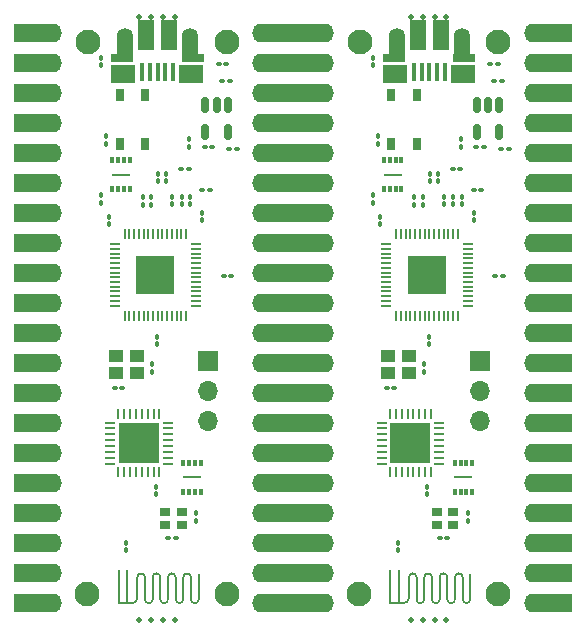
<source format=gbr>
G04 #@! TF.GenerationSoftware,KiCad,Pcbnew,7.0.7*
G04 #@! TF.CreationDate,2023-10-11T15:24:29+07:00*
G04 #@! TF.ProjectId,panel,70616e65-6c2e-46b6-9963-61645f706362,rev?*
G04 #@! TF.SameCoordinates,Original*
G04 #@! TF.FileFunction,Soldermask,Top*
G04 #@! TF.FilePolarity,Negative*
%FSLAX46Y46*%
G04 Gerber Fmt 4.6, Leading zero omitted, Abs format (unit mm)*
G04 Created by KiCad (PCBNEW 7.0.7) date 2023-10-11 15:24:29*
%MOMM*%
%LPD*%
G01*
G04 APERTURE LIST*
G04 Aperture macros list*
%AMRoundRect*
0 Rectangle with rounded corners*
0 $1 Rounding radius*
0 $2 $3 $4 $5 $6 $7 $8 $9 X,Y pos of 4 corners*
0 Add a 4 corners polygon primitive as box body*
4,1,4,$2,$3,$4,$5,$6,$7,$8,$9,$2,$3,0*
0 Add four circle primitives for the rounded corners*
1,1,$1+$1,$2,$3*
1,1,$1+$1,$4,$5*
1,1,$1+$1,$6,$7*
1,1,$1+$1,$8,$9*
0 Add four rect primitives between the rounded corners*
20,1,$1+$1,$2,$3,$4,$5,0*
20,1,$1+$1,$4,$5,$6,$7,0*
20,1,$1+$1,$6,$7,$8,$9,0*
20,1,$1+$1,$8,$9,$2,$3,0*%
G04 Aperture macros list end*
%ADD10C,0.200000*%
%ADD11R,3.200000X1.600000*%
%ADD12O,1.700000X1.600000*%
%ADD13RoundRect,0.100000X0.100000X-0.130000X0.100000X0.130000X-0.100000X0.130000X-0.100000X-0.130000X0*%
%ADD14C,0.500000*%
%ADD15RoundRect,0.100000X0.130000X0.100000X-0.130000X0.100000X-0.130000X-0.100000X0.130000X-0.100000X0*%
%ADD16RoundRect,0.100000X-0.100000X0.130000X-0.100000X-0.130000X0.100000X-0.130000X0.100000X0.130000X0*%
%ADD17RoundRect,0.150000X-0.150000X0.512500X-0.150000X-0.512500X0.150000X-0.512500X0.150000X0.512500X0*%
%ADD18RoundRect,0.100000X-0.130000X-0.100000X0.130000X-0.100000X0.130000X0.100000X-0.130000X0.100000X0*%
%ADD19RoundRect,0.014000X0.161000X-0.231000X0.161000X0.231000X-0.161000X0.231000X-0.161000X-0.231000X0*%
%ADD20R,1.600000X0.200000*%
%ADD21R,0.900000X0.800000*%
%ADD22R,0.400000X1.650000*%
%ADD23R,1.825000X0.700000*%
%ADD24R,2.000000X1.500000*%
%ADD25R,1.350000X2.000000*%
%ADD26O,1.350000X1.700000*%
%ADD27O,1.100000X1.500000*%
%ADD28R,1.430000X2.500000*%
%ADD29R,0.650000X1.050000*%
%ADD30RoundRect,0.062500X0.375000X0.062500X-0.375000X0.062500X-0.375000X-0.062500X0.375000X-0.062500X0*%
%ADD31RoundRect,0.062500X0.062500X0.375000X-0.062500X0.375000X-0.062500X-0.375000X0.062500X-0.375000X0*%
%ADD32R,3.450000X3.450000*%
%ADD33R,1.150000X1.000000*%
%ADD34C,2.100000*%
%ADD35R,0.200000X0.400000*%
%ADD36RoundRect,0.050000X-0.387500X-0.050000X0.387500X-0.050000X0.387500X0.050000X-0.387500X0.050000X0*%
%ADD37RoundRect,0.050000X-0.050000X-0.387500X0.050000X-0.387500X0.050000X0.387500X-0.050000X0.387500X0*%
%ADD38R,3.200000X3.200000*%
%ADD39R,1.700000X1.700000*%
%ADD40O,1.700000X1.700000*%
G04 APERTURE END LIST*
D10*
G04 #@! TO.C,AE1*
X133765000Y-74142500D02*
X133765000Y-76592500D01*
X133765000Y-76592500D02*
X134880000Y-76592500D01*
X134480000Y-74142500D02*
X134480000Y-76592500D01*
X135330000Y-74392500D02*
X135330000Y-76142500D01*
X135980000Y-76267500D02*
X135980000Y-74392500D01*
X136630000Y-74392500D02*
X136630000Y-76267500D01*
X137280000Y-76267500D02*
X137280000Y-74392500D01*
X137930000Y-74392500D02*
X137930000Y-76267500D01*
X138580000Y-76267500D02*
X138580000Y-74392500D01*
X139230000Y-74392500D02*
X139230000Y-76267500D01*
X139880000Y-76267500D02*
X139880000Y-74392500D01*
X140530000Y-76267500D02*
X140530000Y-74092500D01*
X135980000Y-74392500D02*
G75*
G03*
X135330000Y-74392500I-325000J0D01*
G01*
X134880000Y-76592500D02*
G75*
G03*
X135330000Y-76142500I0J450000D01*
G01*
X137280000Y-74392500D02*
G75*
G03*
X136630000Y-74392500I-325000J0D01*
G01*
X135980000Y-76267500D02*
G75*
G03*
X136630000Y-76267500I325000J0D01*
G01*
X138580000Y-74392500D02*
G75*
G03*
X137930000Y-74392500I-325000J0D01*
G01*
X137280000Y-76267500D02*
G75*
G03*
X137930000Y-76267500I325000J0D01*
G01*
X139880000Y-74392500D02*
G75*
G03*
X139230000Y-74392500I-325000J0D01*
G01*
X138580000Y-76267500D02*
G75*
G03*
X139230000Y-76267500I325000J0D01*
G01*
X139880000Y-76267500D02*
G75*
G03*
X140530000Y-76267500I325000J0D01*
G01*
X156765000Y-74142500D02*
X156765000Y-76592500D01*
X156765000Y-76592500D02*
X157880000Y-76592500D01*
X157480000Y-74142500D02*
X157480000Y-76592500D01*
X158330000Y-74392500D02*
X158330000Y-76142500D01*
X158980000Y-76267500D02*
X158980000Y-74392500D01*
X159630000Y-74392500D02*
X159630000Y-76267500D01*
X160280000Y-76267500D02*
X160280000Y-74392500D01*
X160930000Y-74392500D02*
X160930000Y-76267500D01*
X161580000Y-76267500D02*
X161580000Y-74392500D01*
X162230000Y-74392500D02*
X162230000Y-76267500D01*
X162880000Y-76267500D02*
X162880000Y-74392500D01*
X163530000Y-76267500D02*
X163530000Y-74092500D01*
X158980000Y-74392500D02*
G75*
G03*
X158330000Y-74392500I-325000J0D01*
G01*
X157880000Y-76592500D02*
G75*
G03*
X158330000Y-76142500I0J450000D01*
G01*
X160280000Y-74392500D02*
G75*
G03*
X159630000Y-74392500I-325000J0D01*
G01*
X158980000Y-76267500D02*
G75*
G03*
X159630000Y-76267500I325000J0D01*
G01*
X161580000Y-74392500D02*
G75*
G03*
X160930000Y-74392500I-325000J0D01*
G01*
X160280000Y-76267500D02*
G75*
G03*
X160930000Y-76267500I325000J0D01*
G01*
X162880000Y-74392500D02*
G75*
G03*
X162230000Y-74392500I-325000J0D01*
G01*
X161580000Y-76267500D02*
G75*
G03*
X162230000Y-76267500I325000J0D01*
G01*
X162880000Y-76267500D02*
G75*
G03*
X163530000Y-76267500I325000J0D01*
G01*
G04 #@! TD*
D11*
G04 #@! TO.C,J3*
X147500000Y-28300000D03*
D12*
X145890000Y-28300000D03*
D11*
X147500000Y-30840000D03*
D12*
X145890000Y-30840000D03*
D11*
X147500000Y-33380000D03*
D12*
X145890000Y-33380000D03*
D11*
X147500000Y-35920000D03*
D12*
X145890000Y-35920000D03*
D11*
X147500000Y-38460000D03*
D12*
X145890000Y-38460000D03*
D11*
X147500000Y-41000000D03*
D12*
X145890000Y-41000000D03*
D11*
X147500000Y-43540000D03*
D12*
X145890000Y-43540000D03*
D11*
X147500000Y-46080000D03*
D12*
X145890000Y-46080000D03*
D11*
X147500000Y-48620000D03*
D12*
X145890000Y-48620000D03*
D11*
X147500000Y-51160000D03*
D12*
X145890000Y-51160000D03*
D11*
X147500000Y-53700000D03*
D12*
X145890000Y-53700000D03*
D11*
X147500000Y-56240000D03*
D12*
X145890000Y-56240000D03*
D11*
X147500000Y-58780000D03*
D12*
X145890000Y-58780000D03*
D11*
X147500000Y-61320000D03*
D12*
X145890000Y-61320000D03*
D11*
X147500000Y-63860000D03*
D12*
X145890000Y-63860000D03*
D11*
X147500000Y-66400000D03*
D12*
X145890000Y-66400000D03*
D11*
X147500000Y-68940000D03*
D12*
X145890000Y-68940000D03*
D11*
X147500000Y-71480000D03*
D12*
X145890000Y-71480000D03*
D11*
X147500000Y-74020000D03*
D12*
X145890000Y-74020000D03*
D11*
X147500000Y-76560000D03*
D12*
X145890000Y-76560000D03*
G04 #@! TD*
D11*
G04 #@! TO.C,J3*
X170500000Y-28300000D03*
D12*
X168890000Y-28300000D03*
D11*
X170500000Y-30840000D03*
D12*
X168890000Y-30840000D03*
D11*
X170500000Y-33380000D03*
D12*
X168890000Y-33380000D03*
D11*
X170500000Y-35920000D03*
D12*
X168890000Y-35920000D03*
D11*
X170500000Y-38460000D03*
D12*
X168890000Y-38460000D03*
D11*
X170500000Y-41000000D03*
D12*
X168890000Y-41000000D03*
D11*
X170500000Y-43540000D03*
D12*
X168890000Y-43540000D03*
D11*
X170500000Y-46080000D03*
D12*
X168890000Y-46080000D03*
D11*
X170500000Y-48620000D03*
D12*
X168890000Y-48620000D03*
D11*
X170500000Y-51160000D03*
D12*
X168890000Y-51160000D03*
D11*
X170500000Y-53700000D03*
D12*
X168890000Y-53700000D03*
D11*
X170500000Y-56240000D03*
D12*
X168890000Y-56240000D03*
D11*
X170500000Y-58780000D03*
D12*
X168890000Y-58780000D03*
D11*
X170500000Y-61320000D03*
D12*
X168890000Y-61320000D03*
D11*
X170500000Y-63860000D03*
D12*
X168890000Y-63860000D03*
D11*
X170500000Y-66400000D03*
D12*
X168890000Y-66400000D03*
D11*
X170500000Y-68940000D03*
D12*
X168890000Y-68940000D03*
D11*
X170500000Y-71480000D03*
D12*
X168890000Y-71480000D03*
D11*
X170500000Y-74020000D03*
D12*
X168890000Y-74020000D03*
D11*
X170500000Y-76560000D03*
D12*
X168890000Y-76560000D03*
G04 #@! TD*
D13*
G04 #@! TO.C,C1*
X161300000Y-42820000D03*
X161300000Y-42180000D03*
G04 #@! TD*
D14*
G04 #@! TO.C,KiKit_MB_11_4*
X161500000Y-27000000D03*
G04 #@! TD*
D15*
G04 #@! TO.C,D1*
X142875000Y-30900000D03*
X142235000Y-30900000D03*
G04 #@! TD*
D13*
G04 #@! TO.C,C9*
X159500000Y-42865000D03*
X159500000Y-42225000D03*
G04 #@! TD*
G04 #@! TO.C,D2*
X155300000Y-31040000D03*
X155300000Y-30400000D03*
G04 #@! TD*
D16*
G04 #@! TO.C,C16*
X163300000Y-68980000D03*
X163300000Y-69620000D03*
G04 #@! TD*
D14*
G04 #@! TO.C,KiKit_MB_6_3*
X136500000Y-78000000D03*
G04 #@! TD*
D17*
G04 #@! TO.C,U2*
X166000000Y-34425000D03*
X165050000Y-34425000D03*
X164100000Y-34425000D03*
X164100000Y-36700000D03*
X166000000Y-36700000D03*
G04 #@! TD*
D16*
G04 #@! TO.C,R1*
X160100000Y-40235000D03*
X160100000Y-40875000D03*
G04 #@! TD*
D18*
G04 #@! TO.C,C7*
X142660000Y-48900000D03*
X143300000Y-48900000D03*
G04 #@! TD*
D14*
G04 #@! TO.C,KiKit_MB_12_2*
X160500000Y-78000000D03*
G04 #@! TD*
D19*
G04 #@! TO.C,U5*
X139200000Y-67140000D03*
X139700000Y-67140000D03*
X140200000Y-67140000D03*
X140700000Y-67140000D03*
X140700000Y-64700000D03*
X140200000Y-64700000D03*
X139700000Y-64700000D03*
X139200000Y-64700000D03*
D20*
X139950000Y-65920000D03*
G04 #@! TD*
D14*
G04 #@! TO.C,KiKit_MB_7_1*
X149500000Y-38700000D03*
G04 #@! TD*
D13*
G04 #@! TO.C,C10*
X135800000Y-42865000D03*
X135800000Y-42225000D03*
G04 #@! TD*
D19*
G04 #@! TO.C,U3*
X133200000Y-41540000D03*
X133700000Y-41540000D03*
X134200000Y-41540000D03*
X134700000Y-41540000D03*
X134700000Y-39100000D03*
X134200000Y-39100000D03*
X133700000Y-39100000D03*
X133200000Y-39100000D03*
D20*
X133950000Y-40320000D03*
G04 #@! TD*
D13*
G04 #@! TO.C,R7*
X136900000Y-67365000D03*
X136900000Y-66725000D03*
G04 #@! TD*
D14*
G04 #@! TO.C,KiKit_MB_6_4*
X135500000Y-78000000D03*
G04 #@! TD*
D21*
G04 #@! TO.C,Y2*
X160700000Y-70000000D03*
X162100000Y-70000000D03*
X162100000Y-68900000D03*
X160700000Y-68900000D03*
G04 #@! TD*
D18*
G04 #@! TO.C,C7*
X165660000Y-48900000D03*
X166300000Y-48900000D03*
G04 #@! TD*
D13*
G04 #@! TO.C,C1*
X138300000Y-42820000D03*
X138300000Y-42180000D03*
G04 #@! TD*
D14*
G04 #@! TO.C,KiKit_MB_6_1*
X138500000Y-78000000D03*
G04 #@! TD*
D16*
G04 #@! TO.C,R5*
X155300000Y-42035000D03*
X155300000Y-42675000D03*
G04 #@! TD*
D22*
G04 #@! TO.C,J1*
X161360000Y-31650000D03*
X160710000Y-31650000D03*
X160060000Y-31650000D03*
X159410000Y-31650000D03*
X158760000Y-31650000D03*
D23*
X163010000Y-30450000D03*
D24*
X162910000Y-31750000D03*
D25*
X162790000Y-29700000D03*
D26*
X162790000Y-28770000D03*
D27*
X162480000Y-31770000D03*
D28*
X161020000Y-28500000D03*
X159100000Y-28500000D03*
D27*
X157640000Y-31770000D03*
D26*
X157330000Y-28770000D03*
D25*
X157310000Y-29700000D03*
D24*
X157160000Y-31770000D03*
D23*
X157060000Y-30450000D03*
G04 #@! TD*
D14*
G04 #@! TO.C,KiKit_MB_4_4*
X147500000Y-69300000D03*
G04 #@! TD*
D16*
G04 #@! TO.C,C16*
X140300000Y-68980000D03*
X140300000Y-69620000D03*
G04 #@! TD*
D14*
G04 #@! TO.C,KiKit_MB_3_1*
X147500000Y-56100000D03*
G04 #@! TD*
D18*
G04 #@! TO.C,C17*
X160935000Y-71100000D03*
X161575000Y-71100000D03*
G04 #@! TD*
D21*
G04 #@! TO.C,Y2*
X137700000Y-70000000D03*
X139100000Y-70000000D03*
X139100000Y-68900000D03*
X137700000Y-68900000D03*
G04 #@! TD*
D14*
G04 #@! TO.C,KiKit_MB_10_4*
X149500000Y-66300000D03*
G04 #@! TD*
G04 #@! TO.C,KiKit_MB_5_3*
X137500000Y-27000000D03*
G04 #@! TD*
D29*
G04 #@! TO.C,SW1*
X156850000Y-37725000D03*
X156850000Y-33575000D03*
X159000000Y-37725000D03*
X159000000Y-33600000D03*
G04 #@! TD*
D30*
G04 #@! TO.C,U4*
X137900000Y-64800000D03*
X137900000Y-64300000D03*
X137900000Y-63800000D03*
X137900000Y-63300000D03*
X137900000Y-62800000D03*
X137900000Y-62300000D03*
X137900000Y-61800000D03*
X137900000Y-61300000D03*
D31*
X137212500Y-60612500D03*
X136712500Y-60612500D03*
X136212500Y-60612500D03*
X135712500Y-60612500D03*
X135212500Y-60612500D03*
X134712500Y-60612500D03*
X134212500Y-60612500D03*
X133712500Y-60612500D03*
D30*
X133025000Y-61300000D03*
X133025000Y-61800000D03*
X133025000Y-62300000D03*
X133025000Y-62800000D03*
X133025000Y-63300000D03*
X133025000Y-63800000D03*
X133025000Y-64300000D03*
X133025000Y-64800000D03*
D31*
X133712500Y-65487500D03*
X134212500Y-65487500D03*
X134712500Y-65487500D03*
X135212500Y-65487500D03*
X135712500Y-65487500D03*
X136212500Y-65487500D03*
X136712500Y-65487500D03*
X137212500Y-65487500D03*
D32*
X135462500Y-63050000D03*
G04 #@! TD*
D13*
G04 #@! TO.C,C18*
X134390000Y-72115000D03*
X134390000Y-71475000D03*
G04 #@! TD*
D15*
G04 #@! TO.C,D1*
X165875000Y-30900000D03*
X165235000Y-30900000D03*
G04 #@! TD*
D33*
G04 #@! TO.C,Y1*
X156550000Y-57100000D03*
X158300000Y-57100000D03*
X158300000Y-55700000D03*
X156550000Y-55700000D03*
G04 #@! TD*
D34*
G04 #@! TO.C,REF\u002A\u002A*
X142900000Y-29100000D03*
G04 #@! TD*
D16*
G04 #@! TO.C,C14*
X159600000Y-56335000D03*
X159600000Y-56975000D03*
G04 #@! TD*
D35*
G04 #@! TO.C,AE1*
X133765000Y-73940000D03*
X134480000Y-73940000D03*
G04 #@! TD*
D18*
G04 #@! TO.C,C11*
X163835000Y-41600000D03*
X164475000Y-41600000D03*
G04 #@! TD*
D14*
G04 #@! TO.C,KiKit_MB_3_4*
X147500000Y-59100000D03*
G04 #@! TD*
G04 #@! TO.C,KiKit_MB_11_3*
X160500000Y-27000000D03*
G04 #@! TD*
G04 #@! TO.C,KiKit_MB_2_4*
X147500000Y-48900000D03*
G04 #@! TD*
D33*
G04 #@! TO.C,Y1*
X133550000Y-57100000D03*
X135300000Y-57100000D03*
X135300000Y-55700000D03*
X133550000Y-55700000D03*
G04 #@! TD*
D35*
G04 #@! TO.C,AE1*
X156765000Y-73940000D03*
X157480000Y-73940000D03*
G04 #@! TD*
D34*
G04 #@! TO.C,REF\u002A\u002A*
X131200000Y-29100000D03*
G04 #@! TD*
D13*
G04 #@! TO.C,R7*
X159900000Y-67365000D03*
X159900000Y-66725000D03*
G04 #@! TD*
G04 #@! TO.C,C4*
X155900000Y-44520000D03*
X155900000Y-43880000D03*
G04 #@! TD*
G04 #@! TO.C,C4*
X132900000Y-44520000D03*
X132900000Y-43880000D03*
G04 #@! TD*
G04 #@! TO.C,C3*
X139800000Y-42820000D03*
X139800000Y-42180000D03*
G04 #@! TD*
D11*
G04 #@! TO.C,J2*
X149490000Y-28300000D03*
D12*
X151100000Y-28300000D03*
D11*
X149490000Y-30840000D03*
D12*
X151100000Y-30840000D03*
D11*
X149490000Y-33380000D03*
D12*
X151100000Y-33380000D03*
D11*
X149490000Y-35920000D03*
D12*
X151100000Y-35920000D03*
D11*
X149490000Y-38460000D03*
D12*
X151100000Y-38460000D03*
D11*
X149490000Y-41000000D03*
D12*
X151100000Y-41000000D03*
D11*
X149490000Y-43540000D03*
D12*
X151100000Y-43540000D03*
D11*
X149490000Y-46080000D03*
D12*
X151100000Y-46080000D03*
D11*
X149490000Y-48620000D03*
D12*
X151100000Y-48620000D03*
D11*
X149490000Y-51160000D03*
D12*
X151100000Y-51160000D03*
D11*
X149490000Y-53700000D03*
D12*
X151100000Y-53700000D03*
D11*
X149490000Y-56240000D03*
D12*
X151100000Y-56240000D03*
D11*
X149490000Y-58780000D03*
D12*
X151100000Y-58780000D03*
D11*
X149490000Y-61320000D03*
D12*
X151100000Y-61320000D03*
D11*
X149490000Y-63860000D03*
D12*
X151100000Y-63860000D03*
D11*
X149490000Y-66400000D03*
D12*
X151100000Y-66400000D03*
D11*
X149490000Y-68940000D03*
D12*
X151100000Y-68940000D03*
D11*
X149490000Y-71480000D03*
D12*
X151100000Y-71480000D03*
D11*
X149490000Y-74020000D03*
D12*
X151100000Y-74020000D03*
D11*
X149490000Y-76560000D03*
D12*
X151100000Y-76560000D03*
G04 #@! TD*
D34*
G04 #@! TO.C,REF\u002A\u002A*
X165900000Y-29100000D03*
G04 #@! TD*
D16*
G04 #@! TO.C,C6*
X137000000Y-54035000D03*
X137000000Y-54675000D03*
G04 #@! TD*
D18*
G04 #@! TO.C,R3*
X141035000Y-38000000D03*
X141675000Y-38000000D03*
G04 #@! TD*
G04 #@! TO.C,C5*
X162035000Y-39800000D03*
X162675000Y-39800000D03*
G04 #@! TD*
D14*
G04 #@! TO.C,KiKit_MB_11_1*
X158500000Y-27000000D03*
G04 #@! TD*
D11*
G04 #@! TO.C,J2*
X126490000Y-28300000D03*
D12*
X128100000Y-28300000D03*
D11*
X126490000Y-30840000D03*
D12*
X128100000Y-30840000D03*
D11*
X126490000Y-33380000D03*
D12*
X128100000Y-33380000D03*
D11*
X126490000Y-35920000D03*
D12*
X128100000Y-35920000D03*
D11*
X126490000Y-38460000D03*
D12*
X128100000Y-38460000D03*
D11*
X126490000Y-41000000D03*
D12*
X128100000Y-41000000D03*
D11*
X126490000Y-43540000D03*
D12*
X128100000Y-43540000D03*
D11*
X126490000Y-46080000D03*
D12*
X128100000Y-46080000D03*
D11*
X126490000Y-48620000D03*
D12*
X128100000Y-48620000D03*
D11*
X126490000Y-51160000D03*
D12*
X128100000Y-51160000D03*
D11*
X126490000Y-53700000D03*
D12*
X128100000Y-53700000D03*
D11*
X126490000Y-56240000D03*
D12*
X128100000Y-56240000D03*
D11*
X126490000Y-58780000D03*
D12*
X128100000Y-58780000D03*
D11*
X126490000Y-61320000D03*
D12*
X128100000Y-61320000D03*
D11*
X126490000Y-63860000D03*
D12*
X128100000Y-63860000D03*
D11*
X126490000Y-66400000D03*
D12*
X128100000Y-66400000D03*
D11*
X126490000Y-68940000D03*
D12*
X128100000Y-68940000D03*
D11*
X126490000Y-71480000D03*
D12*
X128100000Y-71480000D03*
D11*
X126490000Y-74020000D03*
D12*
X128100000Y-74020000D03*
D11*
X126490000Y-76560000D03*
D12*
X128100000Y-76560000D03*
G04 #@! TD*
D19*
G04 #@! TO.C,U3*
X156200000Y-41540000D03*
X156700000Y-41540000D03*
X157200000Y-41540000D03*
X157700000Y-41540000D03*
X157700000Y-39100000D03*
X157200000Y-39100000D03*
X156700000Y-39100000D03*
X156200000Y-39100000D03*
D20*
X156950000Y-40320000D03*
G04 #@! TD*
D14*
G04 #@! TO.C,KiKit_MB_10_1*
X149500000Y-69300000D03*
G04 #@! TD*
D16*
G04 #@! TO.C,R1*
X137100000Y-40235000D03*
X137100000Y-40875000D03*
G04 #@! TD*
D29*
G04 #@! TO.C,SW1*
X133850000Y-37725000D03*
X133850000Y-33575000D03*
X136000000Y-37725000D03*
X136000000Y-33600000D03*
G04 #@! TD*
D34*
G04 #@! TO.C,REF\u002A\u002A*
X142900000Y-75800000D03*
G04 #@! TD*
D14*
G04 #@! TO.C,KiKit_MB_12_4*
X158500000Y-78000000D03*
G04 #@! TD*
D13*
G04 #@! TO.C,R4*
X139700000Y-37965000D03*
X139700000Y-37325000D03*
G04 #@! TD*
D14*
G04 #@! TO.C,KiKit_MB_5_1*
X135500000Y-27000000D03*
G04 #@! TD*
G04 #@! TO.C,KiKit_MB_5_2*
X136500000Y-27000000D03*
G04 #@! TD*
D16*
G04 #@! TO.C,C6*
X160000000Y-54035000D03*
X160000000Y-54675000D03*
G04 #@! TD*
G04 #@! TO.C,R2*
X160800000Y-40235000D03*
X160800000Y-40875000D03*
G04 #@! TD*
D13*
G04 #@! TO.C,C3*
X162800000Y-42820000D03*
X162800000Y-42180000D03*
G04 #@! TD*
D36*
G04 #@! TO.C,U1*
X133425000Y-46200000D03*
X133425000Y-46600000D03*
X133425000Y-47000000D03*
X133425000Y-47400000D03*
X133425000Y-47800000D03*
X133425000Y-48200000D03*
X133425000Y-48600000D03*
X133425000Y-49000000D03*
X133425000Y-49400000D03*
X133425000Y-49800000D03*
X133425000Y-50200000D03*
X133425000Y-50600000D03*
X133425000Y-51000000D03*
X133425000Y-51400000D03*
D37*
X134262500Y-52237500D03*
X134662500Y-52237500D03*
X135062500Y-52237500D03*
X135462500Y-52237500D03*
X135862500Y-52237500D03*
X136262500Y-52237500D03*
X136662500Y-52237500D03*
X137062500Y-52237500D03*
X137462500Y-52237500D03*
X137862500Y-52237500D03*
X138262500Y-52237500D03*
X138662500Y-52237500D03*
X139062500Y-52237500D03*
X139462500Y-52237500D03*
D36*
X140300000Y-51400000D03*
X140300000Y-51000000D03*
X140300000Y-50600000D03*
X140300000Y-50200000D03*
X140300000Y-49800000D03*
X140300000Y-49400000D03*
X140300000Y-49000000D03*
X140300000Y-48600000D03*
X140300000Y-48200000D03*
X140300000Y-47800000D03*
X140300000Y-47400000D03*
X140300000Y-47000000D03*
X140300000Y-46600000D03*
X140300000Y-46200000D03*
D37*
X139462500Y-45362500D03*
X139062500Y-45362500D03*
X138662500Y-45362500D03*
X138262500Y-45362500D03*
X137862500Y-45362500D03*
X137462500Y-45362500D03*
X137062500Y-45362500D03*
X136662500Y-45362500D03*
X136262500Y-45362500D03*
X135862500Y-45362500D03*
X135462500Y-45362500D03*
X135062500Y-45362500D03*
X134662500Y-45362500D03*
X134262500Y-45362500D03*
D38*
X136862500Y-48800000D03*
G04 #@! TD*
D34*
G04 #@! TO.C,REF\u002A\u002A*
X154200000Y-29100000D03*
G04 #@! TD*
D19*
G04 #@! TO.C,U5*
X162200000Y-67140000D03*
X162700000Y-67140000D03*
X163200000Y-67140000D03*
X163700000Y-67140000D03*
X163700000Y-64700000D03*
X163200000Y-64700000D03*
X162700000Y-64700000D03*
X162200000Y-64700000D03*
D20*
X162950000Y-65920000D03*
G04 #@! TD*
D18*
G04 #@! TO.C,C12*
X165535000Y-32400000D03*
X166175000Y-32400000D03*
G04 #@! TD*
D13*
G04 #@! TO.C,C10*
X158800000Y-42865000D03*
X158800000Y-42225000D03*
G04 #@! TD*
G04 #@! TO.C,D2*
X132300000Y-31040000D03*
X132300000Y-30400000D03*
G04 #@! TD*
G04 #@! TO.C,C18*
X157390000Y-72115000D03*
X157390000Y-71475000D03*
G04 #@! TD*
D14*
G04 #@! TO.C,KiKit_MB_8_1*
X149500000Y-48900000D03*
G04 #@! TD*
D16*
G04 #@! TO.C,C14*
X136600000Y-56335000D03*
X136600000Y-56975000D03*
G04 #@! TD*
D34*
G04 #@! TO.C,REF\u002A\u002A*
X154100000Y-75800000D03*
G04 #@! TD*
G04 #@! TO.C,REF\u002A\u002A*
X131100000Y-75800000D03*
G04 #@! TD*
D14*
G04 #@! TO.C,KiKit_MB_6_2*
X137500000Y-78000000D03*
G04 #@! TD*
G04 #@! TO.C,KiKit_MB_1_1*
X147500000Y-35700000D03*
G04 #@! TD*
G04 #@! TO.C,KiKit_MB_8_4*
X149500000Y-45900000D03*
G04 #@! TD*
G04 #@! TO.C,KiKit_MB_12_1*
X161500000Y-78000000D03*
G04 #@! TD*
D13*
G04 #@! TO.C,C9*
X136500000Y-42865000D03*
X136500000Y-42225000D03*
G04 #@! TD*
D22*
G04 #@! TO.C,J1*
X138360000Y-31650000D03*
X137710000Y-31650000D03*
X137060000Y-31650000D03*
X136410000Y-31650000D03*
X135760000Y-31650000D03*
D23*
X140010000Y-30450000D03*
D24*
X139910000Y-31750000D03*
D25*
X139790000Y-29700000D03*
D26*
X139790000Y-28770000D03*
D27*
X139480000Y-31770000D03*
D28*
X138020000Y-28500000D03*
X136100000Y-28500000D03*
D27*
X134640000Y-31770000D03*
D26*
X134330000Y-28770000D03*
D25*
X134310000Y-29700000D03*
D24*
X134160000Y-31770000D03*
D23*
X134060000Y-30450000D03*
G04 #@! TD*
D16*
G04 #@! TO.C,R5*
X132300000Y-42035000D03*
X132300000Y-42675000D03*
G04 #@! TD*
D18*
G04 #@! TO.C,R3*
X164035000Y-38000000D03*
X164675000Y-38000000D03*
G04 #@! TD*
G04 #@! TO.C,C11*
X140835000Y-41600000D03*
X141475000Y-41600000D03*
G04 #@! TD*
D14*
G04 #@! TO.C,KiKit_MB_4_1*
X147500000Y-66300000D03*
G04 #@! TD*
G04 #@! TO.C,KiKit_MB_11_2*
X159500000Y-27000000D03*
G04 #@! TD*
D13*
G04 #@! TO.C,C8*
X140800000Y-44165000D03*
X140800000Y-43525000D03*
G04 #@! TD*
D39*
G04 #@! TO.C,J4*
X141310000Y-56090000D03*
D40*
X141310000Y-58630000D03*
X141310000Y-61170000D03*
G04 #@! TD*
D18*
G04 #@! TO.C,C12*
X142535000Y-32400000D03*
X143175000Y-32400000D03*
G04 #@! TD*
D13*
G04 #@! TO.C,R4*
X162700000Y-37965000D03*
X162700000Y-37325000D03*
G04 #@! TD*
D14*
G04 #@! TO.C,KiKit_MB_5_4*
X138500000Y-27000000D03*
G04 #@! TD*
D17*
G04 #@! TO.C,U2*
X143000000Y-34425000D03*
X142050000Y-34425000D03*
X141100000Y-34425000D03*
X141100000Y-36700000D03*
X143000000Y-36700000D03*
G04 #@! TD*
D18*
G04 #@! TO.C,C15*
X133435000Y-58400000D03*
X134075000Y-58400000D03*
G04 #@! TD*
G04 #@! TO.C,C13*
X166135000Y-38100000D03*
X166775000Y-38100000D03*
G04 #@! TD*
D39*
G04 #@! TO.C,J4*
X164310000Y-56090000D03*
D40*
X164310000Y-58630000D03*
X164310000Y-61170000D03*
G04 #@! TD*
D14*
G04 #@! TO.C,KiKit_MB_7_4*
X149500000Y-35700000D03*
G04 #@! TD*
G04 #@! TO.C,KiKit_MB_1_4*
X147500000Y-38700000D03*
G04 #@! TD*
G04 #@! TO.C,KiKit_MB_9_1*
X149500000Y-59100000D03*
G04 #@! TD*
D30*
G04 #@! TO.C,U4*
X160900000Y-64800000D03*
X160900000Y-64300000D03*
X160900000Y-63800000D03*
X160900000Y-63300000D03*
X160900000Y-62800000D03*
X160900000Y-62300000D03*
X160900000Y-61800000D03*
X160900000Y-61300000D03*
D31*
X160212500Y-60612500D03*
X159712500Y-60612500D03*
X159212500Y-60612500D03*
X158712500Y-60612500D03*
X158212500Y-60612500D03*
X157712500Y-60612500D03*
X157212500Y-60612500D03*
X156712500Y-60612500D03*
D30*
X156025000Y-61300000D03*
X156025000Y-61800000D03*
X156025000Y-62300000D03*
X156025000Y-62800000D03*
X156025000Y-63300000D03*
X156025000Y-63800000D03*
X156025000Y-64300000D03*
X156025000Y-64800000D03*
D31*
X156712500Y-65487500D03*
X157212500Y-65487500D03*
X157712500Y-65487500D03*
X158212500Y-65487500D03*
X158712500Y-65487500D03*
X159212500Y-65487500D03*
X159712500Y-65487500D03*
X160212500Y-65487500D03*
D32*
X158462500Y-63050000D03*
G04 #@! TD*
D13*
G04 #@! TO.C,C2*
X162080000Y-42820000D03*
X162080000Y-42180000D03*
G04 #@! TD*
G04 #@! TO.C,C8*
X163800000Y-44165000D03*
X163800000Y-43525000D03*
G04 #@! TD*
D14*
G04 #@! TO.C,KiKit_MB_12_3*
X159500000Y-78000000D03*
G04 #@! TD*
D18*
G04 #@! TO.C,C13*
X143135000Y-38100000D03*
X143775000Y-38100000D03*
G04 #@! TD*
G04 #@! TO.C,C17*
X137935000Y-71100000D03*
X138575000Y-71100000D03*
G04 #@! TD*
D14*
G04 #@! TO.C,KiKit_MB_2_1*
X147500000Y-45900000D03*
G04 #@! TD*
D16*
G04 #@! TO.C,R2*
X137800000Y-40235000D03*
X137800000Y-40875000D03*
G04 #@! TD*
D14*
G04 #@! TO.C,KiKit_MB_9_4*
X149500000Y-56100000D03*
G04 #@! TD*
D16*
G04 #@! TO.C,R6*
X132700000Y-37035000D03*
X132700000Y-37675000D03*
G04 #@! TD*
D18*
G04 #@! TO.C,C15*
X156435000Y-58400000D03*
X157075000Y-58400000D03*
G04 #@! TD*
D34*
G04 #@! TO.C,REF\u002A\u002A*
X165900000Y-75800000D03*
G04 #@! TD*
D18*
G04 #@! TO.C,C5*
X139035000Y-39800000D03*
X139675000Y-39800000D03*
G04 #@! TD*
D16*
G04 #@! TO.C,R6*
X155700000Y-37035000D03*
X155700000Y-37675000D03*
G04 #@! TD*
D36*
G04 #@! TO.C,U1*
X156425000Y-46200000D03*
X156425000Y-46600000D03*
X156425000Y-47000000D03*
X156425000Y-47400000D03*
X156425000Y-47800000D03*
X156425000Y-48200000D03*
X156425000Y-48600000D03*
X156425000Y-49000000D03*
X156425000Y-49400000D03*
X156425000Y-49800000D03*
X156425000Y-50200000D03*
X156425000Y-50600000D03*
X156425000Y-51000000D03*
X156425000Y-51400000D03*
D37*
X157262500Y-52237500D03*
X157662500Y-52237500D03*
X158062500Y-52237500D03*
X158462500Y-52237500D03*
X158862500Y-52237500D03*
X159262500Y-52237500D03*
X159662500Y-52237500D03*
X160062500Y-52237500D03*
X160462500Y-52237500D03*
X160862500Y-52237500D03*
X161262500Y-52237500D03*
X161662500Y-52237500D03*
X162062500Y-52237500D03*
X162462500Y-52237500D03*
D36*
X163300000Y-51400000D03*
X163300000Y-51000000D03*
X163300000Y-50600000D03*
X163300000Y-50200000D03*
X163300000Y-49800000D03*
X163300000Y-49400000D03*
X163300000Y-49000000D03*
X163300000Y-48600000D03*
X163300000Y-48200000D03*
X163300000Y-47800000D03*
X163300000Y-47400000D03*
X163300000Y-47000000D03*
X163300000Y-46600000D03*
X163300000Y-46200000D03*
D37*
X162462500Y-45362500D03*
X162062500Y-45362500D03*
X161662500Y-45362500D03*
X161262500Y-45362500D03*
X160862500Y-45362500D03*
X160462500Y-45362500D03*
X160062500Y-45362500D03*
X159662500Y-45362500D03*
X159262500Y-45362500D03*
X158862500Y-45362500D03*
X158462500Y-45362500D03*
X158062500Y-45362500D03*
X157662500Y-45362500D03*
X157262500Y-45362500D03*
D38*
X159862500Y-48800000D03*
G04 #@! TD*
D13*
G04 #@! TO.C,C2*
X139080000Y-42820000D03*
X139080000Y-42180000D03*
G04 #@! TD*
M02*

</source>
